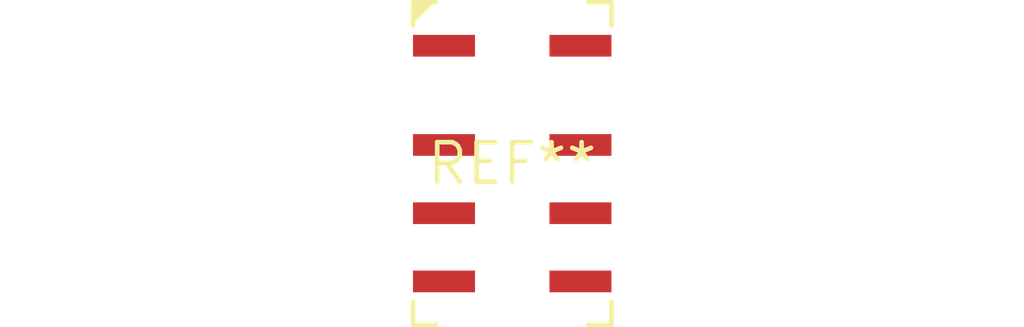
<source format=kicad_pcb>
(kicad_pcb (version 20240108) (generator pcbnew)
  (layers (0 "F.Cu" signal) (31 "B.Cu" signal) (34 "B.Paste" user) (35 "F.Paste" user) (36 "B.SilkS" user "B.Silkscreen") (37 "F.SilkS" user "F.Silkscreen") (38 "B.Mask" user) (39 "F.Mask" user) (44 "Edge.Cuts" user))
  (net 0 "")
  (footprint "Relay_DPDT_AXICOM_IMSeries_JLeg" (layer "F.Cu") (at 0 0)
    (property "Reference" "REF**")
    (property "Value" "Relay_DPDT_AXICOM_IMSeries_JLeg")
    (fp_line (start -3.2 -5.2) (end -3.2 -4.45) (layer "F.SilkS") (stroke (width 0.15)))
    (fp_line (start -3.2 4.45) (end -3.2 5.2) (layer "F.SilkS") (stroke (width 0.15)))
    (fp_line (start -3.2 5.2) (end -2.45 5.2) (layer "F.SilkS") (stroke (width 0.15)))
    (fp_line (start -3.05 -5.2) (end -3.2 -5.05) (layer "F.SilkS") (stroke (width 0.15)))
    (fp_line (start -2.9 -5.2) (end -3.2 -4.9) (layer "F.SilkS") (stroke (width 0.15)))
    (fp_line (start -2.75 -5.2) (end -3.2 -4.75) (layer "F.SilkS") (stroke (width 0.15)))
    (fp_line (start -2.6 -5.2) (end -3.2 -4.6) (layer "F.SilkS") (stroke (width 0.15)))
    (fp_line (start -2.45 -5.2) (end -3.2 -5.2) (layer "F.SilkS") (stroke (width 0.15)))
    (fp_line (start 2.45 -5.2) (end 3.2 -5.2) (layer "F.SilkS") (stroke (width 0.15)))
    (fp_line (start 2.45 5.2) (end 3.2 5.2) (layer "F.SilkS") (stroke (width 0.15)))
    (fp_line (start 3.2 -5.2) (end 3.2 -4.45) (layer "F.SilkS") (stroke (width 0.15)))
    (fp_line (start 3.2 4.45) (end 3.2 5.2) (layer "F.SilkS") (stroke (width 0.15)))
    (pad "1" smd rect (at -2.2 -3.8) (size 2 0.7) (layers "F.Cu" "F.Paste" "F.Mask"))
    (pad "2" smd rect (at -2.2 -0.6) (size 2 0.7) (layers "F.Cu" "F.Paste" "F.Mask"))
    (pad "3" smd rect (at -2.2 1.6) (size 2 0.7) (layers "F.Cu" "F.Paste" "F.Mask"))
    (pad "4" smd rect (at -2.2 3.8) (size 2 0.7) (layers "F.Cu" "F.Paste" "F.Mask"))
    (pad "5" smd rect (at 2.2 3.8) (size 2 0.7) (layers "F.Cu" "F.Paste" "F.Mask"))
    (pad "6" smd rect (at 2.2 1.6) (size 2 0.7) (layers "F.Cu" "F.Paste" "F.Mask"))
    (pad "7" smd rect (at 2.2 -0.6) (size 2 0.7) (layers "F.Cu" "F.Paste" "F.Mask"))
    (pad "8" smd rect (at 2.2 -3.8) (size 2 0.7) (layers "F.Cu" "F.Paste" "F.Mask"))
  )
)
</source>
